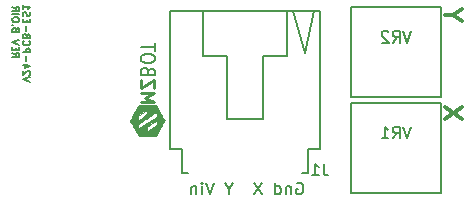
<source format=gbr>
G04 #@! TF.GenerationSoftware,KiCad,Pcbnew,(5.1.5)-3*
G04 #@! TF.CreationDate,2020-05-08T15:22:29-04:00*
G04 #@! TF.ProjectId,MZBOT_XY-Endstop,4d5a424f-545f-4585-992d-456e6473746f,A*
G04 #@! TF.SameCoordinates,Original*
G04 #@! TF.FileFunction,Legend,Bot*
G04 #@! TF.FilePolarity,Positive*
%FSLAX46Y46*%
G04 Gerber Fmt 4.6, Leading zero omitted, Abs format (unit mm)*
G04 Created by KiCad (PCBNEW (5.1.5)-3) date 2020-05-08 15:22:29*
%MOMM*%
%LPD*%
G04 APERTURE LIST*
%ADD10C,0.150000*%
%ADD11C,0.140000*%
%ADD12C,0.250000*%
%ADD13C,0.300000*%
%ADD14C,0.010000*%
G04 APERTURE END LIST*
D10*
X146990476Y-109300000D02*
X147085714Y-109252380D01*
X147228571Y-109252380D01*
X147371428Y-109300000D01*
X147466666Y-109395238D01*
X147514285Y-109490476D01*
X147561904Y-109680952D01*
X147561904Y-109823809D01*
X147514285Y-110014285D01*
X147466666Y-110109523D01*
X147371428Y-110204761D01*
X147228571Y-110252380D01*
X147133333Y-110252380D01*
X146990476Y-110204761D01*
X146942857Y-110157142D01*
X146942857Y-109823809D01*
X147133333Y-109823809D01*
X146514285Y-109585714D02*
X146514285Y-110252380D01*
X146514285Y-109680952D02*
X146466666Y-109633333D01*
X146371428Y-109585714D01*
X146228571Y-109585714D01*
X146133333Y-109633333D01*
X146085714Y-109728571D01*
X146085714Y-110252380D01*
X145180952Y-110252380D02*
X145180952Y-109252380D01*
X145180952Y-110204761D02*
X145276190Y-110252380D01*
X145466666Y-110252380D01*
X145561904Y-110204761D01*
X145609523Y-110157142D01*
X145657142Y-110061904D01*
X145657142Y-109776190D01*
X145609523Y-109680952D01*
X145561904Y-109633333D01*
X145466666Y-109585714D01*
X145276190Y-109585714D01*
X145180952Y-109633333D01*
X144038095Y-109252380D02*
X143371428Y-110252380D01*
X143371428Y-109252380D02*
X144038095Y-110252380D01*
X141276190Y-109776190D02*
X141276190Y-110252380D01*
X141609523Y-109252380D02*
X141276190Y-109776190D01*
X140942857Y-109252380D01*
X139990476Y-109252380D02*
X139657142Y-110252380D01*
X139323809Y-109252380D01*
X138990476Y-110252380D02*
X138990476Y-109585714D01*
X138990476Y-109252380D02*
X139038095Y-109300000D01*
X138990476Y-109347619D01*
X138942857Y-109300000D01*
X138990476Y-109252380D01*
X138990476Y-109347619D01*
X138514285Y-109585714D02*
X138514285Y-110252380D01*
X138514285Y-109680952D02*
X138466666Y-109633333D01*
X138371428Y-109585714D01*
X138228571Y-109585714D01*
X138133333Y-109633333D01*
X138085714Y-109728571D01*
X138085714Y-110252380D01*
X124428571Y-100707142D02*
X123828571Y-100507142D01*
X124428571Y-100307142D01*
X124371428Y-100135714D02*
X124400000Y-100107142D01*
X124428571Y-100050000D01*
X124428571Y-99907142D01*
X124400000Y-99850000D01*
X124371428Y-99821428D01*
X124314285Y-99792857D01*
X124257142Y-99792857D01*
X124171428Y-99821428D01*
X123828571Y-100164285D01*
X123828571Y-99792857D01*
X124228571Y-99278571D02*
X123828571Y-99278571D01*
X124457142Y-99421428D02*
X124028571Y-99564285D01*
X124028571Y-99192857D01*
X124057142Y-98964285D02*
X124057142Y-98507142D01*
X123828571Y-98221428D02*
X124428571Y-98221428D01*
X124428571Y-97992857D01*
X124400000Y-97935714D01*
X124371428Y-97907142D01*
X124314285Y-97878571D01*
X124228571Y-97878571D01*
X124171428Y-97907142D01*
X124142857Y-97935714D01*
X124114285Y-97992857D01*
X124114285Y-98221428D01*
X123885714Y-97278571D02*
X123857142Y-97307142D01*
X123828571Y-97392857D01*
X123828571Y-97450000D01*
X123857142Y-97535714D01*
X123914285Y-97592857D01*
X123971428Y-97621428D01*
X124085714Y-97650000D01*
X124171428Y-97650000D01*
X124285714Y-97621428D01*
X124342857Y-97592857D01*
X124400000Y-97535714D01*
X124428571Y-97450000D01*
X124428571Y-97392857D01*
X124400000Y-97307142D01*
X124371428Y-97278571D01*
X124142857Y-96821428D02*
X124114285Y-96735714D01*
X124085714Y-96707142D01*
X124028571Y-96678571D01*
X123942857Y-96678571D01*
X123885714Y-96707142D01*
X123857142Y-96735714D01*
X123828571Y-96792857D01*
X123828571Y-97021428D01*
X124428571Y-97021428D01*
X124428571Y-96821428D01*
X124400000Y-96764285D01*
X124371428Y-96735714D01*
X124314285Y-96707142D01*
X124257142Y-96707142D01*
X124200000Y-96735714D01*
X124171428Y-96764285D01*
X124142857Y-96821428D01*
X124142857Y-97021428D01*
X124057142Y-96421428D02*
X124057142Y-95964285D01*
X124142857Y-95678571D02*
X124142857Y-95478571D01*
X123828571Y-95392857D02*
X123828571Y-95678571D01*
X124428571Y-95678571D01*
X124428571Y-95392857D01*
X123857142Y-95164285D02*
X123828571Y-95078571D01*
X123828571Y-94935714D01*
X123857142Y-94878571D01*
X123885714Y-94850000D01*
X123942857Y-94821428D01*
X124000000Y-94821428D01*
X124057142Y-94850000D01*
X124085714Y-94878571D01*
X124114285Y-94935714D01*
X124142857Y-95050000D01*
X124171428Y-95107142D01*
X124200000Y-95135714D01*
X124257142Y-95164285D01*
X124314285Y-95164285D01*
X124371428Y-95135714D01*
X124400000Y-95107142D01*
X124428571Y-95050000D01*
X124428571Y-94907142D01*
X124400000Y-94821428D01*
X123828571Y-94250000D02*
X123828571Y-94592857D01*
X123828571Y-94421428D02*
X124428571Y-94421428D01*
X124342857Y-94478571D01*
X124285714Y-94535714D01*
X124257142Y-94592857D01*
X122918571Y-98291428D02*
X123204285Y-98491428D01*
X122918571Y-98634285D02*
X123518571Y-98634285D01*
X123518571Y-98405714D01*
X123490000Y-98348571D01*
X123461428Y-98320000D01*
X123404285Y-98291428D01*
X123318571Y-98291428D01*
X123261428Y-98320000D01*
X123232857Y-98348571D01*
X123204285Y-98405714D01*
X123204285Y-98634285D01*
X123232857Y-98034285D02*
X123232857Y-97834285D01*
X122918571Y-97748571D02*
X122918571Y-98034285D01*
X123518571Y-98034285D01*
X123518571Y-97748571D01*
X123518571Y-97577142D02*
X122918571Y-97377142D01*
X123518571Y-97177142D01*
X123232857Y-96320000D02*
X123204285Y-96234285D01*
X123175714Y-96205714D01*
X123118571Y-96177142D01*
X123032857Y-96177142D01*
X122975714Y-96205714D01*
X122947142Y-96234285D01*
X122918571Y-96291428D01*
X122918571Y-96520000D01*
X123518571Y-96520000D01*
X123518571Y-96320000D01*
X123490000Y-96262857D01*
X123461428Y-96234285D01*
X123404285Y-96205714D01*
X123347142Y-96205714D01*
X123290000Y-96234285D01*
X123261428Y-96262857D01*
X123232857Y-96320000D01*
X123232857Y-96520000D01*
X122975714Y-95920000D02*
X122947142Y-95891428D01*
X122918571Y-95920000D01*
X122947142Y-95948571D01*
X122975714Y-95920000D01*
X122918571Y-95920000D01*
X123518571Y-95520000D02*
X123518571Y-95405714D01*
X123490000Y-95348571D01*
X123432857Y-95291428D01*
X123318571Y-95262857D01*
X123118571Y-95262857D01*
X123004285Y-95291428D01*
X122947142Y-95348571D01*
X122918571Y-95405714D01*
X122918571Y-95520000D01*
X122947142Y-95577142D01*
X123004285Y-95634285D01*
X123118571Y-95662857D01*
X123318571Y-95662857D01*
X123432857Y-95634285D01*
X123490000Y-95577142D01*
X123518571Y-95520000D01*
X122918571Y-95005714D02*
X123518571Y-95005714D01*
X122918571Y-94377142D02*
X123204285Y-94577142D01*
X122918571Y-94720000D02*
X123518571Y-94720000D01*
X123518571Y-94491428D01*
X123490000Y-94434285D01*
X123461428Y-94405714D01*
X123404285Y-94377142D01*
X123318571Y-94377142D01*
X123261428Y-94405714D01*
X123232857Y-94434285D01*
X123204285Y-94491428D01*
X123204285Y-94720000D01*
D11*
X134435714Y-99816666D02*
X134378571Y-99659523D01*
X134321428Y-99607142D01*
X134207142Y-99554761D01*
X134035714Y-99554761D01*
X133921428Y-99607142D01*
X133864285Y-99659523D01*
X133807142Y-99764285D01*
X133807142Y-100183333D01*
X135007142Y-100183333D01*
X135007142Y-99816666D01*
X134950000Y-99711904D01*
X134892857Y-99659523D01*
X134778571Y-99607142D01*
X134664285Y-99607142D01*
X134550000Y-99659523D01*
X134492857Y-99711904D01*
X134435714Y-99816666D01*
X134435714Y-100183333D01*
X135007142Y-98873809D02*
X135007142Y-98664285D01*
X134950000Y-98559523D01*
X134835714Y-98454761D01*
X134607142Y-98402380D01*
X134207142Y-98402380D01*
X133978571Y-98454761D01*
X133864285Y-98559523D01*
X133807142Y-98664285D01*
X133807142Y-98873809D01*
X133864285Y-98978571D01*
X133978571Y-99083333D01*
X134207142Y-99135714D01*
X134607142Y-99135714D01*
X134835714Y-99083333D01*
X134950000Y-98978571D01*
X135007142Y-98873809D01*
X135007142Y-98088095D02*
X135007142Y-97459523D01*
X133807142Y-97773809D02*
X135007142Y-97773809D01*
D12*
X133852380Y-102440476D02*
X134952380Y-102440476D01*
X134166666Y-102073809D01*
X134952380Y-101707142D01*
X133852380Y-101707142D01*
X134952380Y-101288095D02*
X134952380Y-100554761D01*
X133852380Y-101288095D01*
X133852380Y-100554761D01*
D13*
X161021428Y-102900000D02*
X159521428Y-103900000D01*
X161021428Y-103900000D02*
X159521428Y-102900000D01*
X160235714Y-95100000D02*
X159521428Y-95100000D01*
X161021428Y-94600000D02*
X160235714Y-95100000D01*
X161021428Y-95600000D01*
D10*
X151590000Y-110140000D02*
X159210000Y-110140000D01*
X159210000Y-110140000D02*
X159210000Y-102520000D01*
X159210000Y-102520000D02*
X151590000Y-102520000D01*
X151590000Y-102520000D02*
X151590000Y-110140000D01*
X137520000Y-108408000D02*
X137774000Y-108408000D01*
X137266000Y-108408000D02*
X137266000Y-106376000D01*
X147934000Y-108408000D02*
X147934000Y-106376000D01*
X147934000Y-108408000D02*
X147426000Y-108408000D01*
X137520000Y-108408000D02*
X137266000Y-108408000D01*
X136250000Y-106376000D02*
X136250000Y-94692000D01*
X148950000Y-106376000D02*
X148950000Y-94692000D01*
X147934000Y-106376000D02*
X148950000Y-106376000D01*
X137266000Y-106376000D02*
X136250000Y-106376000D01*
X141076000Y-98502000D02*
X139044000Y-98502000D01*
X146156000Y-98502000D02*
X144124000Y-98502000D01*
X144124000Y-103836000D02*
X141076000Y-103836000D01*
X141076000Y-98502000D02*
X141076000Y-103836000D01*
X144124000Y-98502000D02*
X144124000Y-103836000D01*
X147680000Y-98248000D02*
X148442000Y-94692000D01*
X147680000Y-98248000D02*
X146664000Y-94692000D01*
X139044000Y-98502000D02*
X139044000Y-94692000D01*
X146156000Y-98502000D02*
X146156000Y-94692000D01*
X142600000Y-94692000D02*
X136250000Y-94692000D01*
X148696000Y-94692000D02*
X148950000Y-94692000D01*
X142600000Y-94692000D02*
X148696000Y-94692000D01*
X151590000Y-102040000D02*
X159210000Y-102040000D01*
X159210000Y-102040000D02*
X159210000Y-94420000D01*
X159210000Y-94420000D02*
X151590000Y-94420000D01*
X151590000Y-94420000D02*
X151590000Y-102040000D01*
D14*
G36*
X132889351Y-104011887D02*
G01*
X132905572Y-104042034D01*
X132931418Y-104088721D01*
X132965913Y-104150224D01*
X133008085Y-104224822D01*
X133056958Y-104310795D01*
X133111559Y-104406420D01*
X133170915Y-104509975D01*
X133234050Y-104619739D01*
X133249697Y-104646885D01*
X133615668Y-105281545D01*
X135084553Y-105281545D01*
X135450413Y-104646875D01*
X135514303Y-104535799D01*
X135574628Y-104430448D01*
X135630414Y-104332553D01*
X135680690Y-104243843D01*
X135724481Y-104166049D01*
X135760815Y-104100901D01*
X135788719Y-104050128D01*
X135807219Y-104015461D01*
X135815344Y-103998631D01*
X135815642Y-103997443D01*
X135809896Y-103985106D01*
X135793536Y-103954532D01*
X135767542Y-103907454D01*
X135732894Y-103845606D01*
X135690572Y-103770719D01*
X135641557Y-103684526D01*
X135586827Y-103588761D01*
X135527364Y-103485155D01*
X135464147Y-103375442D01*
X135449781Y-103350568D01*
X135158740Y-102846858D01*
X135158740Y-103269615D01*
X135155574Y-103469705D01*
X135152409Y-103669796D01*
X135148381Y-103672448D01*
X135148381Y-103990378D01*
X135151594Y-103999990D01*
X135154364Y-104029036D01*
X135156506Y-104073862D01*
X135157833Y-104130813D01*
X135158182Y-104182387D01*
X135158182Y-104378243D01*
X134761829Y-104639394D01*
X134676215Y-104695684D01*
X134596584Y-104747809D01*
X134524996Y-104794437D01*
X134463513Y-104834237D01*
X134414197Y-104865875D01*
X134379110Y-104888020D01*
X134360314Y-104899338D01*
X134357738Y-104900545D01*
X134355187Y-104889630D01*
X134353005Y-104859401D01*
X134351340Y-104813635D01*
X134350341Y-104756109D01*
X134350118Y-104707159D01*
X134350236Y-104513772D01*
X134744408Y-104254000D01*
X134829901Y-104197719D01*
X134909487Y-104145446D01*
X134981082Y-104098540D01*
X135042602Y-104058363D01*
X135091963Y-104026273D01*
X135127082Y-104003629D01*
X135145875Y-103991793D01*
X135148381Y-103990378D01*
X135148381Y-103672448D01*
X134350000Y-104198125D01*
X133547591Y-104726455D01*
X133544415Y-104534224D01*
X133543640Y-104457219D01*
X133544322Y-104400652D01*
X133546607Y-104361907D01*
X133550643Y-104338368D01*
X133555961Y-104327955D01*
X133567714Y-104319545D01*
X133597286Y-104299449D01*
X133643190Y-104268655D01*
X133703939Y-104228148D01*
X133778048Y-104178913D01*
X133864031Y-104121936D01*
X133960401Y-104058202D01*
X134065673Y-103988697D01*
X134178359Y-103914407D01*
X134296974Y-103836317D01*
X134338454Y-103809034D01*
X134459055Y-103729727D01*
X134574486Y-103653820D01*
X134683233Y-103582308D01*
X134783782Y-103516188D01*
X134874617Y-103456455D01*
X134954225Y-103404105D01*
X135021092Y-103360134D01*
X135073702Y-103325537D01*
X135110542Y-103301311D01*
X135130097Y-103288451D01*
X135132483Y-103286882D01*
X135158740Y-103269615D01*
X135158740Y-102846858D01*
X135084549Y-102718454D01*
X134350000Y-102718454D01*
X134350000Y-103088914D01*
X134349881Y-103287571D01*
X134349763Y-103486227D01*
X133955591Y-103746000D01*
X133870098Y-103802281D01*
X133790512Y-103854554D01*
X133718918Y-103901459D01*
X133657398Y-103941637D01*
X133608036Y-103973727D01*
X133572917Y-103996370D01*
X133554124Y-104008206D01*
X133551619Y-104009621D01*
X133548405Y-104000010D01*
X133545634Y-103970965D01*
X133543492Y-103926141D01*
X133542166Y-103869195D01*
X133541818Y-103817697D01*
X133541818Y-103621924D01*
X134350000Y-103088914D01*
X134350000Y-102718454D01*
X133615668Y-102718454D01*
X133249697Y-103353114D01*
X133185798Y-103464115D01*
X133125444Y-103569321D01*
X133069610Y-103667011D01*
X133019269Y-103755464D01*
X132975396Y-103832957D01*
X132938965Y-103897768D01*
X132910949Y-103948177D01*
X132892322Y-103982462D01*
X132884060Y-103998900D01*
X132883727Y-104000000D01*
X132889351Y-104011887D01*
G37*
X132889351Y-104011887D02*
X132905572Y-104042034D01*
X132931418Y-104088721D01*
X132965913Y-104150224D01*
X133008085Y-104224822D01*
X133056958Y-104310795D01*
X133111559Y-104406420D01*
X133170915Y-104509975D01*
X133234050Y-104619739D01*
X133249697Y-104646885D01*
X133615668Y-105281545D01*
X135084553Y-105281545D01*
X135450413Y-104646875D01*
X135514303Y-104535799D01*
X135574628Y-104430448D01*
X135630414Y-104332553D01*
X135680690Y-104243843D01*
X135724481Y-104166049D01*
X135760815Y-104100901D01*
X135788719Y-104050128D01*
X135807219Y-104015461D01*
X135815344Y-103998631D01*
X135815642Y-103997443D01*
X135809896Y-103985106D01*
X135793536Y-103954532D01*
X135767542Y-103907454D01*
X135732894Y-103845606D01*
X135690572Y-103770719D01*
X135641557Y-103684526D01*
X135586827Y-103588761D01*
X135527364Y-103485155D01*
X135464147Y-103375442D01*
X135449781Y-103350568D01*
X135158740Y-102846858D01*
X135158740Y-103269615D01*
X135155574Y-103469705D01*
X135152409Y-103669796D01*
X135148381Y-103672448D01*
X135148381Y-103990378D01*
X135151594Y-103999990D01*
X135154364Y-104029036D01*
X135156506Y-104073862D01*
X135157833Y-104130813D01*
X135158182Y-104182387D01*
X135158182Y-104378243D01*
X134761829Y-104639394D01*
X134676215Y-104695684D01*
X134596584Y-104747809D01*
X134524996Y-104794437D01*
X134463513Y-104834237D01*
X134414197Y-104865875D01*
X134379110Y-104888020D01*
X134360314Y-104899338D01*
X134357738Y-104900545D01*
X134355187Y-104889630D01*
X134353005Y-104859401D01*
X134351340Y-104813635D01*
X134350341Y-104756109D01*
X134350118Y-104707159D01*
X134350236Y-104513772D01*
X134744408Y-104254000D01*
X134829901Y-104197719D01*
X134909487Y-104145446D01*
X134981082Y-104098540D01*
X135042602Y-104058363D01*
X135091963Y-104026273D01*
X135127082Y-104003629D01*
X135145875Y-103991793D01*
X135148381Y-103990378D01*
X135148381Y-103672448D01*
X134350000Y-104198125D01*
X133547591Y-104726455D01*
X133544415Y-104534224D01*
X133543640Y-104457219D01*
X133544322Y-104400652D01*
X133546607Y-104361907D01*
X133550643Y-104338368D01*
X133555961Y-104327955D01*
X133567714Y-104319545D01*
X133597286Y-104299449D01*
X133643190Y-104268655D01*
X133703939Y-104228148D01*
X133778048Y-104178913D01*
X133864031Y-104121936D01*
X133960401Y-104058202D01*
X134065673Y-103988697D01*
X134178359Y-103914407D01*
X134296974Y-103836317D01*
X134338454Y-103809034D01*
X134459055Y-103729727D01*
X134574486Y-103653820D01*
X134683233Y-103582308D01*
X134783782Y-103516188D01*
X134874617Y-103456455D01*
X134954225Y-103404105D01*
X135021092Y-103360134D01*
X135073702Y-103325537D01*
X135110542Y-103301311D01*
X135130097Y-103288451D01*
X135132483Y-103286882D01*
X135158740Y-103269615D01*
X135158740Y-102846858D01*
X135084549Y-102718454D01*
X134350000Y-102718454D01*
X134350000Y-103088914D01*
X134349881Y-103287571D01*
X134349763Y-103486227D01*
X133955591Y-103746000D01*
X133870098Y-103802281D01*
X133790512Y-103854554D01*
X133718918Y-103901459D01*
X133657398Y-103941637D01*
X133608036Y-103973727D01*
X133572917Y-103996370D01*
X133554124Y-104008206D01*
X133551619Y-104009621D01*
X133548405Y-104000010D01*
X133545634Y-103970965D01*
X133543492Y-103926141D01*
X133542166Y-103869195D01*
X133541818Y-103817697D01*
X133541818Y-103621924D01*
X134350000Y-103088914D01*
X134350000Y-102718454D01*
X133615668Y-102718454D01*
X133249697Y-103353114D01*
X133185798Y-103464115D01*
X133125444Y-103569321D01*
X133069610Y-103667011D01*
X133019269Y-103755464D01*
X132975396Y-103832957D01*
X132938965Y-103897768D01*
X132910949Y-103948177D01*
X132892322Y-103982462D01*
X132884060Y-103998900D01*
X132883727Y-104000000D01*
X132889351Y-104011887D01*
D10*
X156709523Y-104512380D02*
X156376190Y-105512380D01*
X156042857Y-104512380D01*
X155138095Y-105512380D02*
X155471428Y-105036190D01*
X155709523Y-105512380D02*
X155709523Y-104512380D01*
X155328571Y-104512380D01*
X155233333Y-104560000D01*
X155185714Y-104607619D01*
X155138095Y-104702857D01*
X155138095Y-104845714D01*
X155185714Y-104940952D01*
X155233333Y-104988571D01*
X155328571Y-105036190D01*
X155709523Y-105036190D01*
X154185714Y-105512380D02*
X154757142Y-105512380D01*
X154471428Y-105512380D02*
X154471428Y-104512380D01*
X154566666Y-104655238D01*
X154661904Y-104750476D01*
X154757142Y-104798095D01*
X149283333Y-107652380D02*
X149283333Y-108366666D01*
X149330952Y-108509523D01*
X149426190Y-108604761D01*
X149569047Y-108652380D01*
X149664285Y-108652380D01*
X148283333Y-108652380D02*
X148854761Y-108652380D01*
X148569047Y-108652380D02*
X148569047Y-107652380D01*
X148664285Y-107795238D01*
X148759523Y-107890476D01*
X148854761Y-107938095D01*
X156709523Y-96412380D02*
X156376190Y-97412380D01*
X156042857Y-96412380D01*
X155138095Y-97412380D02*
X155471428Y-96936190D01*
X155709523Y-97412380D02*
X155709523Y-96412380D01*
X155328571Y-96412380D01*
X155233333Y-96460000D01*
X155185714Y-96507619D01*
X155138095Y-96602857D01*
X155138095Y-96745714D01*
X155185714Y-96840952D01*
X155233333Y-96888571D01*
X155328571Y-96936190D01*
X155709523Y-96936190D01*
X154757142Y-96507619D02*
X154709523Y-96460000D01*
X154614285Y-96412380D01*
X154376190Y-96412380D01*
X154280952Y-96460000D01*
X154233333Y-96507619D01*
X154185714Y-96602857D01*
X154185714Y-96698095D01*
X154233333Y-96840952D01*
X154804761Y-97412380D01*
X154185714Y-97412380D01*
M02*

</source>
